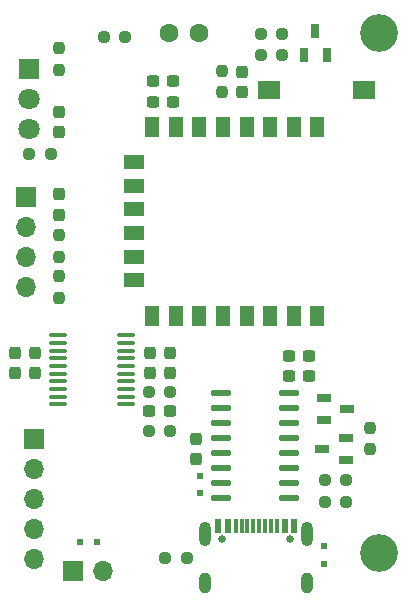
<source format=gbr>
%TF.GenerationSoftware,KiCad,Pcbnew,(6.0.0)*%
%TF.CreationDate,2022-08-07T09:38:38+08:00*%
%TF.ProjectId,ESP_Remote_Bat,4553505f-5265-46d6-9f74-655f4261742e,rev?*%
%TF.SameCoordinates,Original*%
%TF.FileFunction,Soldermask,Top*%
%TF.FilePolarity,Negative*%
%FSLAX46Y46*%
G04 Gerber Fmt 4.6, Leading zero omitted, Abs format (unit mm)*
G04 Created by KiCad (PCBNEW (6.0.0)) date 2022-08-07 09:38:38*
%MOMM*%
%LPD*%
G01*
G04 APERTURE LIST*
G04 Aperture macros list*
%AMRoundRect*
0 Rectangle with rounded corners*
0 $1 Rounding radius*
0 $2 $3 $4 $5 $6 $7 $8 $9 X,Y pos of 4 corners*
0 Add a 4 corners polygon primitive as box body*
4,1,4,$2,$3,$4,$5,$6,$7,$8,$9,$2,$3,0*
0 Add four circle primitives for the rounded corners*
1,1,$1+$1,$2,$3*
1,1,$1+$1,$4,$5*
1,1,$1+$1,$6,$7*
1,1,$1+$1,$8,$9*
0 Add four rect primitives between the rounded corners*
20,1,$1+$1,$2,$3,$4,$5,0*
20,1,$1+$1,$4,$5,$6,$7,0*
20,1,$1+$1,$6,$7,$8,$9,0*
20,1,$1+$1,$8,$9,$2,$3,0*%
G04 Aperture macros list end*
%ADD10RoundRect,0.237500X0.237500X-0.300000X0.237500X0.300000X-0.237500X0.300000X-0.237500X-0.300000X0*%
%ADD11C,3.200000*%
%ADD12RoundRect,0.237500X0.237500X-0.250000X0.237500X0.250000X-0.237500X0.250000X-0.237500X-0.250000X0*%
%ADD13RoundRect,0.237500X-0.237500X0.250000X-0.237500X-0.250000X0.237500X-0.250000X0.237500X0.250000X0*%
%ADD14R,1.700000X1.700000*%
%ADD15O,1.700000X1.700000*%
%ADD16RoundRect,0.237500X-0.237500X0.300000X-0.237500X-0.300000X0.237500X-0.300000X0.237500X0.300000X0*%
%ADD17RoundRect,0.237500X-0.300000X-0.237500X0.300000X-0.237500X0.300000X0.237500X-0.300000X0.237500X0*%
%ADD18C,0.650000*%
%ADD19O,1.000000X2.100000*%
%ADD20O,1.000000X1.800000*%
%ADD21R,0.600000X1.240000*%
%ADD22R,0.300000X1.240000*%
%ADD23RoundRect,0.237500X-0.250000X-0.237500X0.250000X-0.237500X0.250000X0.237500X-0.250000X0.237500X0*%
%ADD24RoundRect,0.237500X0.250000X0.237500X-0.250000X0.237500X-0.250000X-0.237500X0.250000X-0.237500X0*%
%ADD25R,0.700000X1.250000*%
%ADD26RoundRect,0.100000X0.637500X0.100000X-0.637500X0.100000X-0.637500X-0.100000X0.637500X-0.100000X0*%
%ADD27C,1.600000*%
%ADD28R,1.250000X0.700000*%
%ADD29R,1.800000X1.800000*%
%ADD30C,1.800000*%
%ADD31R,0.600000X0.600000*%
%ADD32R,1.900000X1.500000*%
%ADD33R,1.200000X1.800000*%
%ADD34R,1.800000X1.200000*%
%ADD35O,1.750000X0.560000*%
G04 APERTURE END LIST*
D10*
%TO.C,C5*%
X124600000Y-98762500D03*
X124600000Y-97037500D03*
%TD*%
D11*
%TO.C,H2*%
X144000000Y-70000000D03*
%TD*%
%TO.C,H1*%
X144000000Y-114000000D03*
%TD*%
D12*
%TO.C,R14*%
X116900000Y-92412500D03*
X116900000Y-90587500D03*
%TD*%
D13*
%TO.C,R13*%
X116900000Y-87087500D03*
X116900000Y-88912500D03*
%TD*%
D14*
%TO.C,J3*%
X114125000Y-83900000D03*
D15*
X114125000Y-86440000D03*
X114125000Y-88980000D03*
X114125000Y-91520000D03*
%TD*%
D16*
%TO.C,C13*%
X116900000Y-83637500D03*
X116900000Y-85362500D03*
%TD*%
D17*
%TO.C,C12*%
X136337500Y-99000000D03*
X138062500Y-99000000D03*
%TD*%
%TO.C,C11*%
X136337500Y-97300000D03*
X138062500Y-97300000D03*
%TD*%
D16*
%TO.C,C10*%
X128500000Y-104337500D03*
X128500000Y-106062500D03*
%TD*%
D18*
%TO.C,U1*%
X130700000Y-112852500D03*
X136490000Y-112852500D03*
D19*
X129280000Y-112352500D03*
X137920000Y-112352500D03*
D20*
X137920000Y-116532500D03*
X129280000Y-116532500D03*
D21*
X130400000Y-111732500D03*
X131200000Y-111732500D03*
D22*
X132350000Y-111732500D03*
X133350000Y-111732500D03*
X133850000Y-111732500D03*
X134850000Y-111732500D03*
D21*
X136800000Y-111732500D03*
X136000000Y-111732500D03*
D22*
X135350000Y-111732500D03*
X134350000Y-111732500D03*
X132850000Y-111732500D03*
X131850000Y-111732500D03*
%TD*%
D23*
%TO.C,R10*%
X133987500Y-71800000D03*
X135812500Y-71800000D03*
%TD*%
D10*
%TO.C,C8*%
X113200000Y-98762500D03*
X113200000Y-97037500D03*
%TD*%
D17*
%TO.C,C4*%
X124537500Y-102000000D03*
X126262500Y-102000000D03*
%TD*%
D23*
%TO.C,R2*%
X139387500Y-109700000D03*
X141212500Y-109700000D03*
%TD*%
D14*
%TO.C,J1*%
X114800000Y-104325000D03*
D15*
X114800000Y-106865000D03*
X114800000Y-109405000D03*
X114800000Y-111945000D03*
X114800000Y-114485000D03*
%TD*%
D12*
%TO.C,R1*%
X130700000Y-75012500D03*
X130700000Y-73187500D03*
%TD*%
D24*
%TO.C,R12*%
X122512500Y-70300000D03*
X120687500Y-70300000D03*
%TD*%
D23*
%TO.C,R5*%
X139387500Y-107800000D03*
X141212500Y-107800000D03*
%TD*%
D10*
%TO.C,C9*%
X116900000Y-78362500D03*
X116900000Y-76637500D03*
%TD*%
D23*
%TO.C,R6*%
X124487500Y-100400000D03*
X126312500Y-100400000D03*
%TD*%
D25*
%TO.C,Q3*%
X137650000Y-71800000D03*
X139550000Y-71800000D03*
X138600000Y-69800000D03*
%TD*%
D17*
%TO.C,C2*%
X124837500Y-75800000D03*
X126562500Y-75800000D03*
%TD*%
D23*
%TO.C,R11*%
X133987500Y-70100000D03*
X135812500Y-70100000D03*
%TD*%
D24*
%TO.C,R7*%
X126312500Y-103700000D03*
X124487500Y-103700000D03*
%TD*%
D26*
%TO.C,U3*%
X116837500Y-101425000D03*
X116837500Y-100775000D03*
X116837500Y-100125000D03*
X116837500Y-99475000D03*
X116837500Y-98825000D03*
X116837500Y-98175000D03*
X116837500Y-97525000D03*
X116837500Y-96875000D03*
X116837500Y-96225000D03*
X116837500Y-95575000D03*
X122562500Y-95575000D03*
X122562500Y-96225000D03*
X122562500Y-96875000D03*
X122562500Y-97525000D03*
X122562500Y-98175000D03*
X122562500Y-98825000D03*
X122562500Y-99475000D03*
X122562500Y-100125000D03*
X122562500Y-100775000D03*
X122562500Y-101425000D03*
%TD*%
D10*
%TO.C,C7*%
X126300000Y-98762500D03*
X126300000Y-97037500D03*
%TD*%
D27*
%TO.C,IR2*%
X126230000Y-70000000D03*
X128770000Y-70000000D03*
%TD*%
D23*
%TO.C,R8*%
X114387500Y-80200000D03*
X116212500Y-80200000D03*
%TD*%
D10*
%TO.C,C1*%
X132400000Y-74962500D03*
X132400000Y-73237500D03*
%TD*%
D14*
%TO.C,J2*%
X118125000Y-115500000D03*
D15*
X120665000Y-115500000D03*
%TD*%
D24*
%TO.C,R3*%
X127712500Y-114400000D03*
X125887500Y-114400000D03*
%TD*%
D12*
%TO.C,R9*%
X116900000Y-73112500D03*
X116900000Y-71287500D03*
%TD*%
D28*
%TO.C,Q1*%
X139300000Y-100850000D03*
X139300000Y-102750000D03*
X141300000Y-101800000D03*
%TD*%
D29*
%TO.C,IR1*%
X114394511Y-73060000D03*
D30*
X114394511Y-75600000D03*
X114394511Y-78140000D03*
%TD*%
D10*
%TO.C,C6*%
X114900000Y-98762500D03*
X114900000Y-97037500D03*
%TD*%
D31*
%TO.C,D3*%
X128800000Y-107450000D03*
X128800000Y-108950000D03*
%TD*%
D32*
%TO.C,SW1*%
X142700000Y-74800000D03*
X134700000Y-74800000D03*
%TD*%
D28*
%TO.C,Q2*%
X141200000Y-106150000D03*
X141200000Y-104250000D03*
X139200000Y-105200000D03*
%TD*%
D31*
%TO.C,D2*%
X139300000Y-114950000D03*
X139300000Y-113450000D03*
%TD*%
D33*
%TO.C,L1*%
X138782500Y-77910000D03*
X136782500Y-77910000D03*
X134782500Y-77910000D03*
X132782500Y-77910000D03*
X130782500Y-77910000D03*
X128782500Y-77910000D03*
X126782500Y-77910000D03*
X124782500Y-77910000D03*
D34*
X123282500Y-80910000D03*
X123282500Y-82910000D03*
X123282500Y-84910000D03*
X123282500Y-86910000D03*
X123282500Y-88910000D03*
X123282500Y-90910000D03*
D33*
X124782500Y-93910000D03*
X126782500Y-93910000D03*
X128782500Y-93910000D03*
X130782500Y-93910000D03*
X132782500Y-93910000D03*
X134782500Y-93910000D03*
X136782500Y-93910000D03*
X138782500Y-93910000D03*
%TD*%
D17*
%TO.C,C3*%
X124837500Y-74000000D03*
X126562500Y-74000000D03*
%TD*%
D12*
%TO.C,R4*%
X143200000Y-105212500D03*
X143200000Y-103387500D03*
%TD*%
D31*
%TO.C,D4*%
X120150000Y-113100000D03*
X118650000Y-113100000D03*
%TD*%
D35*
%TO.C,U2*%
X130630000Y-100450000D03*
X130630000Y-101720000D03*
X130630000Y-102990000D03*
X130630000Y-104270000D03*
X130630000Y-105530000D03*
X130630000Y-106800000D03*
X130630000Y-108070000D03*
X130630000Y-109340000D03*
X136370000Y-109340000D03*
X136370000Y-108070000D03*
X136370000Y-106800000D03*
X136370000Y-105530000D03*
X136370000Y-104270000D03*
X136370000Y-102990000D03*
X136370000Y-101720000D03*
X136370000Y-100450000D03*
%TD*%
M02*

</source>
